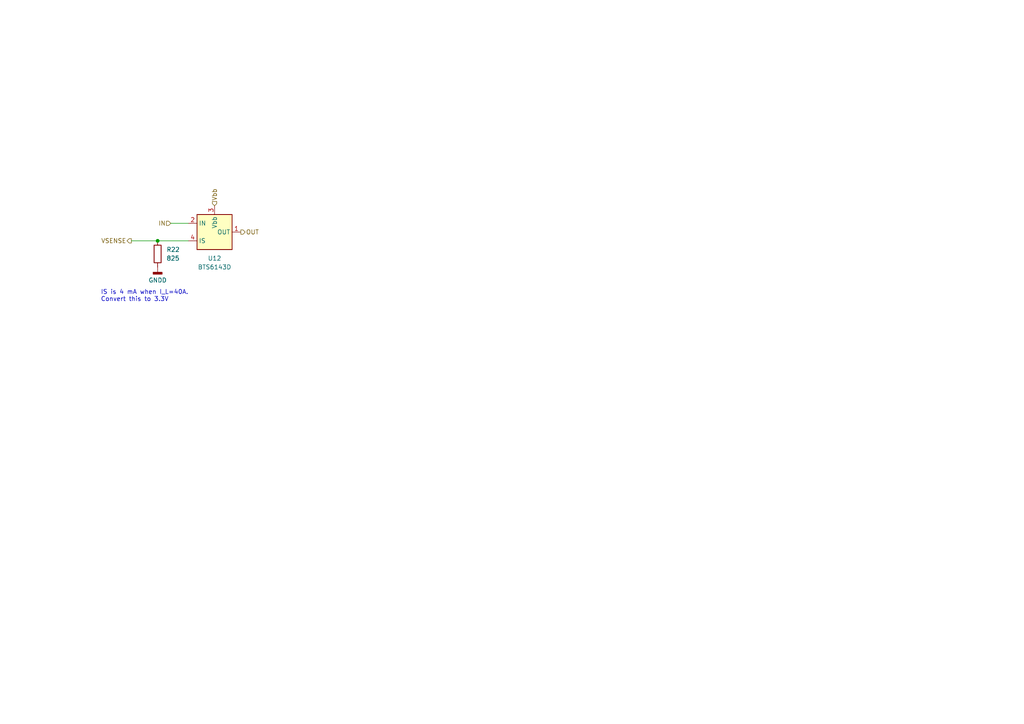
<source format=kicad_sch>
(kicad_sch (version 20230121) (generator eeschema)
  (paper "A4")
  (lib_symbols
    (symbol "Device:R" (pin_numbers hide) (pin_names (offset 0))
      (property "Reference" "R" (at 2.032 0 90))
      (property "Value" "R" (at 0 0 90))
      (symbol "R_0_1"
        (rectangle (start -1.016 -2.54) (end 1.016 2.54) (stroke (width 0.254)))
      )
      (symbol "R_1_1"
        (pin passive line (at 0 3.81 270) (length 1.27) (name "~") (number "1"))
        (pin passive line (at 0 -3.81 90) (length 1.27) (name "~") (number "2"))
      )
    )
    (symbol "Power_Management:BTS6143D"
      (property "Reference" "U" (at -5.08 6.35 0))
      (property "Value" "BTS6143D" (at 8.89 6.35 0))
      (symbol "BTS6143D_0_1"
        (rectangle (start -5.08 5.08) (end 5.08 -5.08) (stroke (width 0.254)) (fill (type background)))
      )
      (symbol "BTS6143D_1_1"
        (pin power_out line (at 7.62 0 180) (length 2.54) (name "OUT") (number "1"))
        (pin input line (at -7.62 2.54 0) (length 2.54) (name "IN") (number "2"))
        (pin power_in line (at 0 7.62 270) (length 2.54) (name "Vbb") (number "3"))
        (pin output line (at -7.62 -2.54 0) (length 2.54) (name "IS") (number "4"))
        (pin passive line (at 7.62 0 180) (length 2.54) hide (name "OUT") (number "5"))
      )
    )
    (symbol "power:GNDD" (power) (pin_names (offset 0))
      (property "Value" "GNDD" (at 0 -3.175 0))
      (symbol "GNDD_0_1"
        (rectangle (start -1.27 -1.524) (end 1.27 -2.032) (stroke (width 0.254)) (fill (type outline)))
        (polyline (pts (xy 0 0) (xy 0 -1.524)))
      )
      (symbol "GNDD_1_1"
        (pin power_in line (at 0 0 270) (length 0) hide (name "GNDD") (number "1"))
      )
    )
  )
  (junction (at 45.72 69.85))
  (wire (pts (xy 38.1 69.85) (xy 45.72 69.85)))
  (wire (pts (xy 49.53 64.77) (xy 54.61 64.77)))
  (wire (pts (xy 45.72 69.85) (xy 54.61 69.85)))
  (text "IS is 4 mA when I_L=40A.\nConvert this to 3.3V" (at 29.21 87.63 0) (effects (font (size 1.27 1.27)) (justify left bottom)))
  (hierarchical_label "OUT" (shape output) (at 69.85 67.31 0))
  (hierarchical_label "Vbb" (shape input) (at 62.23 59.69 90))
  (hierarchical_label "VSENSE" (shape output) (at 38.1 69.85 180))
  (hierarchical_label "IN" (shape input) (at 49.53 64.77 180))
  (symbol (lib_id "Device:R") (at 45.72 73.66 0) (unit 1)
    (property "Reference" "R22" (at 48.26 72.39 0) (effects (justify left)))
    (property "Value" "825" (at 48.26 74.93 0) (effects (justify left)))
    (instances (project "launchpad-controller-draft" (path "" (reference "R22") (unit 1)) (path "" (reference "R23") (unit 1)) (path "" (reference "R24") (unit 1)) (path "" (reference "R25") (unit 1)) (path "" (reference "R26") (unit 1))))
  )
  (symbol (lib_id "power:GNDD") (at 45.72 77.47 0) (unit 1)
    (property "Reference" "#PWR095" (effects hide))
    (property "Value" "GNDD" (at 45.72 81.28 0))
    (instances (project "launchpad-controller-draft" (path "" (reference "#PWR095") (unit 1)) (path "" (reference "#PWR096") (unit 1)) (path "" (reference "#PWR099") (unit 1)) (path "" (reference "#PWR0102") (unit 1)) (path "" (reference "#PWR0105") (unit 1))))
  )
  (symbol (lib_id "Power_Management:BTS6143D") (at 62.23 67.31 0) (unit 1)
    (property "Reference" "U12" (at 62.23 74.93 0))
    (property "Value" "BTS6143D" (at 62.23 77.47 0))
    (property "Footprint" "Package_TO_SOT_SMD:TO-252-4" (effects hide))
    (property "Datasheet" "http://www.infineon.com/dgdl/Infineon-BTS6143D-DS-v01_00-EN.pdf?fileId=5546d4625a888733015aa3da10821022" (effects hide))
    (instances (project "launchpad-controller-draft" (path "" (reference "U12") (unit 1)) (path "" (reference "U14") (unit 1)) (path "" (reference "U15") (unit 1)) (path "" (reference "U16") (unit 1)) (path "" (reference "U17") (unit 1))))
  )
)
</source>
